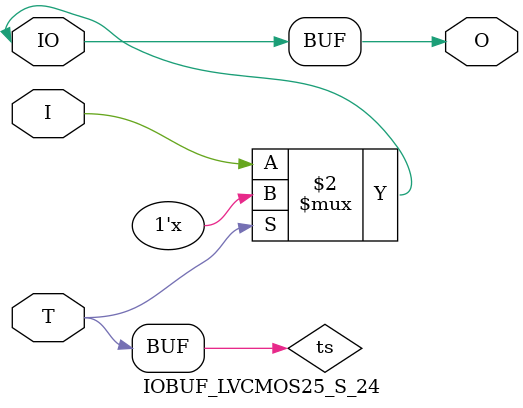
<source format=v>

/*

FUNCTION	: INPUT TRI-STATE OUTPUT BUFFER

*/

`celldefine
`timescale  100 ps / 10 ps

module IOBUF_LVCMOS25_S_24 (O, IO, I, T);

    output O;

    inout  IO;

    input  I, T;

    or O1 (ts, 1'b0, T);
    bufif0 T1 (IO, I, ts);

    buf B1 (O, IO);

endmodule

</source>
